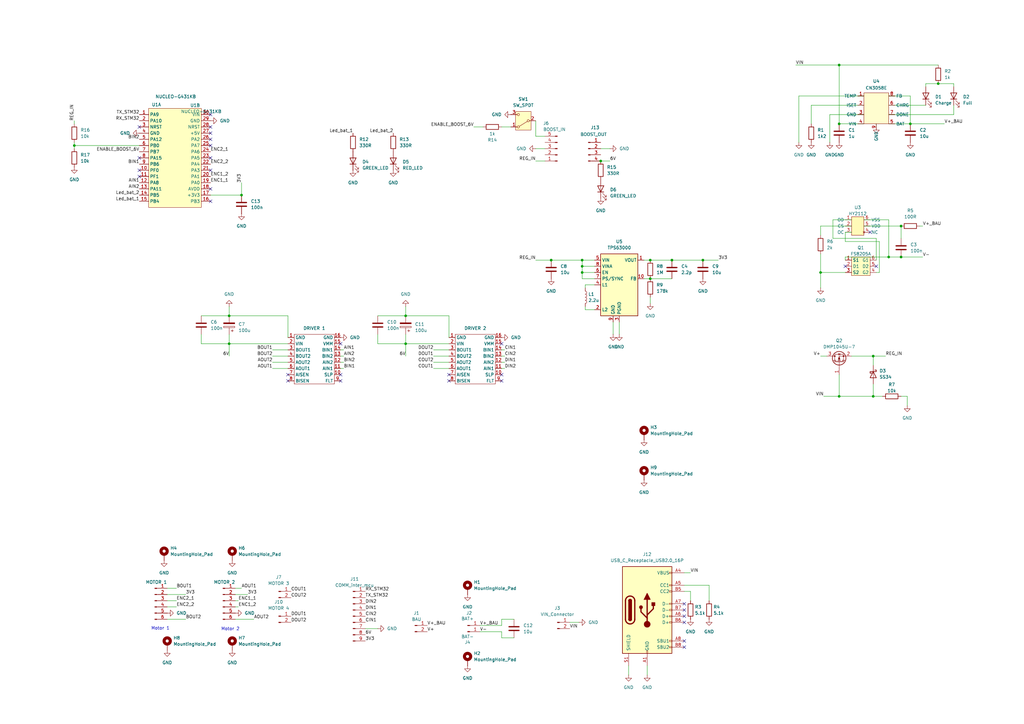
<source format=kicad_sch>
(kicad_sch (version 20250114) (generator "eeschema") (generator_version "9.0")
  (paper "A3")
  (text "Motor 1\n" (at 65.786 257.81 0) (effects (font (size 1.27 1.27))))
  (text "Motor 2\n" (at 94.488 258.064 0) (effects (font (size 1.27 1.27))))
  (junction (at 238.76 106.68))
  (junction (at 344.17 162.56))
  (junction (at 166.37 129.54))
  (junction (at 364.49 105.41))
  (junction (at 30.48 59.69))
  (junction (at 246.38 66.04))
  (junction (at 358.14 146.05))
  (junction (at 384.81 34.29))
  (junction (at 288.29 106.68))
  (junction (at 266.7 106.68))
  (junction (at 226.06 106.68))
  (junction (at 93.98 140.97))
  (junction (at 358.14 162.56))
  (junction (at 266.7 114.3))
  (junction (at 369.57 92.71))
  (junction (at 93.98 129.54))
  (junction (at 275.59 106.68))
  (junction (at 336.55 111.76))
  (junction (at 369.57 105.41))
  (junction (at 99.06 80.01))
  (junction (at 344.17 26.67))
  (junction (at 344.17 50.8))
  (junction (at 238.76 109.22))
  (junction (at 238.76 111.76))
  (junction (at 166.37 140.97))
  (junction (at 373.38 50.8))
  (no_connect (at 86.36 57.15))
  (no_connect (at 205.74 140.97))
  (no_connect (at 280.67 265.43))
  (no_connect (at 118.11 153.67))
  (no_connect (at 139.7 140.97))
  (no_connect (at 139.7 153.67))
  (no_connect (at 184.15 156.21))
  (no_connect (at 86.36 69.85))
  (no_connect (at 118.11 156.21))
  (no_connect (at 57.15 69.85))
  (no_connect (at 57.15 72.39))
  (no_connect (at 86.36 52.07))
  (no_connect (at 280.67 250.19))
  (no_connect (at 280.67 255.27))
  (no_connect (at 139.7 156.21))
  (no_connect (at 346.71 109.22))
  (no_connect (at 86.36 77.47))
  (no_connect (at 280.67 252.73))
  (no_connect (at 57.15 64.77))
  (no_connect (at 205.74 153.67))
  (no_connect (at 86.36 59.69))
  (no_connect (at 280.67 262.89))
  (no_connect (at 86.36 82.55))
  (no_connect (at 57.15 52.07))
  (no_connect (at 359.41 109.22))
  (no_connect (at 86.36 64.77))
  (no_connect (at 280.67 247.65))
  (no_connect (at 356.87 95.25))
  (no_connect (at 86.36 54.61))
  (no_connect (at 205.74 156.21))
  (no_connect (at 184.15 153.67))
  (no_connect (at 86.36 46.99))
  (wire (pts (xy 205.74 254) (xy 210.82 254)))
  (wire (pts (xy 93.98 137.16) (xy 93.98 140.97)))
  (wire (pts (xy 359.41 52.07) (xy 359.41 50.8)))
  (wire (pts (xy 364.49 46.99) (xy 391.16 46.99)))
  (wire (pts (xy 238.76 106.68) (xy 243.84 106.68)))
  (wire (pts (xy 207.01 143.51) (xy 205.74 143.51)))
  (wire (pts (xy 275.59 106.68) (xy 288.29 106.68)))
  (wire (pts (xy 166.37 137.16) (xy 166.37 140.97)))
  (wire (pts (xy 364.49 43.18) (xy 379.73 43.18)))
  (wire (pts (xy 264.16 114.3) (xy 266.7 114.3)))
  (wire (pts (xy 327.66 39.37) (xy 354.33 39.37)))
  (wire (pts (xy 336.55 111.76) (xy 336.55 118.11)))
  (wire (pts (xy 111.76 146.05) (xy 118.11 146.05)))
  (wire (pts (xy 205.74 261.62) (xy 205.74 259.08)))
  (wire (pts (xy 240.03 116.84) (xy 240.03 118.11)))
  (wire (pts (xy 283.21 242.57) (xy 283.21 246.38)))
  (wire (pts (xy 280.67 240.03) (xy 290.83 240.03)))
  (wire (pts (xy 264.16 106.68) (xy 266.7 106.68)))
  (wire (pts (xy 326.39 26.67) (xy 344.17 26.67)))
  (wire (pts (xy 346.71 95.25) (xy 349.25 95.25)))
  (wire (pts (xy 177.8 151.13) (xy 184.15 151.13)))
  (wire (pts (xy 254 132.08) (xy 254 137.16)))
  (wire (pts (xy 184.15 138.43) (xy 184.15 129.54)))
  (wire (pts (xy 280.67 242.57) (xy 283.21 242.57)))
  (wire (pts (xy 341.63 97.79) (xy 359.41 97.79)))
  (wire (pts (xy 341.63 90.17) (xy 349.25 90.17)))
  (wire (pts (xy 96.52 241.3) (xy 99.06 241.3)))
  (wire (pts (xy 111.76 143.51) (xy 118.11 143.51)))
  (wire (pts (xy 104.14 254) (xy 96.52 254)))
  (wire (pts (xy 246.38 60.96) (xy 250.19 60.96)))
  (wire (pts (xy 243.84 116.84) (xy 240.03 116.84)))
  (wire (pts (xy 358.14 146.05) (xy 358.14 149.86)))
  (wire (pts (xy 336.55 104.14) (xy 336.55 111.76)))
  (wire (pts (xy 369.57 105.41) (xy 364.49 105.41)))
  (wire (pts (xy 349.25 146.05) (xy 358.14 146.05)))
  (wire (pts (xy 72.39 246.38) (xy 68.58 246.38)))
  (wire (pts (xy 82.55 140.97) (xy 93.98 140.97)))
  (wire (pts (xy 379.73 34.29) (xy 379.73 35.56)))
  (wire (pts (xy 336.55 92.71) (xy 336.55 96.52)))
  (wire (pts (xy 344.17 26.67) (xy 344.17 50.8)))
  (wire (pts (xy 177.8 143.51) (xy 184.15 143.51)))
  (wire (pts (xy 288.29 106.68) (xy 294.64 106.68)))
  (wire (pts (xy 96.52 246.38) (xy 97.79 246.38)))
  (wire (pts (xy 246.38 66.04) (xy 250.19 66.04)))
  (wire (pts (xy 140.97 148.59) (xy 139.7 148.59)))
  (wire (pts (xy 210.82 261.62) (xy 205.74 261.62)))
  (wire (pts (xy 111.76 148.59) (xy 118.11 148.59)))
  (wire (pts (xy 373.38 39.37) (xy 373.38 50.8)))
  (wire (pts (xy 240.03 125.73) (xy 240.03 127)))
  (wire (pts (xy 238.76 109.22) (xy 238.76 111.76)))
  (wire (pts (xy 177.8 148.59) (xy 184.15 148.59)))
  (wire (pts (xy 266.7 121.92) (xy 266.7 124.46)))
  (wire (pts (xy 358.14 162.56) (xy 361.95 162.56)))
  (wire (pts (xy 364.49 90.17) (xy 364.49 105.41)))
  (wire (pts (xy 364.49 105.41) (xy 346.71 105.41)))
  (wire (pts (xy 226.06 106.68) (xy 238.76 106.68)))
  (wire (pts (xy 118.11 138.43) (xy 118.11 129.54)))
  (wire (pts (xy 369.57 105.41) (xy 378.46 105.41)))
  (wire (pts (xy 196.85 256.54) (xy 205.74 256.54)))
  (wire (pts (xy 384.81 34.29) (xy 391.16 34.29)))
  (wire (pts (xy 340.36 46.99) (xy 354.33 46.99)))
  (wire (pts (xy 86.36 80.01) (xy 99.06 80.01)))
  (wire (pts (xy 93.98 129.54) (xy 118.11 129.54)))
  (wire (pts (xy 233.68 255.27) (xy 237.49 255.27)))
  (wire (pts (xy 359.41 111.76) (xy 360.68 111.76)))
  (wire (pts (xy 354.33 90.17) (xy 364.49 90.17)))
  (wire (pts (xy 266.7 114.3) (xy 275.59 114.3)))
  (wire (pts (xy 149.86 257.81) (xy 154.94 257.81)))
  (wire (pts (xy 358.14 146.05) (xy 363.22 146.05)))
  (wire (pts (xy 243.84 111.76) (xy 238.76 111.76)))
  (wire (pts (xy 251.46 132.08) (xy 251.46 137.16)))
  (wire (pts (xy 72.39 248.92) (xy 68.58 248.92)))
  (wire (pts (xy 372.11 162.56) (xy 372.11 166.37)))
  (wire (pts (xy 337.82 162.56) (xy 344.17 162.56)))
  (wire (pts (xy 327.66 39.37) (xy 327.66 58.42)))
  (wire (pts (xy 205.74 256.54) (xy 205.74 254)))
  (wire (pts (xy 30.48 58.42) (xy 30.48 59.69)))
  (wire (pts (xy 30.48 59.69) (xy 57.15 59.69)))
  (wire (pts (xy 360.68 111.76) (xy 360.68 99.06)))
  (wire (pts (xy 243.84 109.22) (xy 238.76 109.22)))
  (wire (pts (xy 219.71 55.88) (xy 223.52 55.88)))
  (wire (pts (xy 99.06 74.93) (xy 99.06 80.01)))
  (wire (pts (xy 140.97 151.13) (xy 139.7 151.13)))
  (wire (pts (xy 154.94 129.54) (xy 166.37 129.54)))
  (wire (pts (xy 341.63 97.79) (xy 341.63 90.17)))
  (wire (pts (xy 266.7 106.68) (xy 275.59 106.68)))
  (wire (pts (xy 336.55 92.71) (xy 349.25 92.71)))
  (wire (pts (xy 82.55 137.16) (xy 82.55 140.97)))
  (wire (pts (xy 391.16 35.56) (xy 391.16 34.29)))
  (wire (pts (xy 257.81 273.05) (xy 257.81 276.86)))
  (wire (pts (xy 166.37 125.73) (xy 166.37 129.54)))
  (wire (pts (xy 344.17 50.8) (xy 354.33 50.8)))
  (wire (pts (xy 336.55 146.05) (xy 339.09 146.05)))
  (wire (pts (xy 346.71 105.41) (xy 346.71 106.68)))
  (wire (pts (xy 72.39 241.3) (xy 68.58 241.3)))
  (wire (pts (xy 184.15 129.54) (xy 166.37 129.54)))
  (wire (pts (xy 111.76 151.13) (xy 118.11 151.13)))
  (wire (pts (xy 377.19 92.71) (xy 378.46 92.71)))
  (wire (pts (xy 243.84 127) (xy 240.03 127)))
  (wire (pts (xy 344.17 162.56) (xy 358.14 162.56)))
  (wire (pts (xy 93.98 140.97) (xy 118.11 140.97)))
  (wire (pts (xy 219.71 66.04) (xy 223.52 66.04)))
  (wire (pts (xy 207.01 146.05) (xy 205.74 146.05)))
  (wire (pts (xy 391.16 43.18) (xy 391.16 46.99)))
  (wire (pts (xy 96.52 248.92) (xy 97.79 248.92)))
  (wire (pts (xy 384.81 34.29) (xy 379.73 34.29)))
  (wire (pts (xy 76.2 243.84) (xy 68.58 243.84)))
  (wire (pts (xy 196.85 259.08) (xy 205.74 259.08)))
  (wire (pts (xy 346.71 95.25) (xy 346.71 99.06)))
  (wire (pts (xy 219.71 49.53) (xy 219.71 55.88)))
  (wire (pts (xy 346.71 111.76) (xy 336.55 111.76)))
  (wire (pts (xy 265.43 273.05) (xy 265.43 276.86)))
  (wire (pts (xy 177.8 146.05) (xy 184.15 146.05)))
  (wire (pts (xy 154.94 137.16) (xy 154.94 140.97)))
  (wire (pts (xy 359.41 97.79) (xy 359.41 106.68)))
  (wire (pts (xy 369.57 162.56) (xy 372.11 162.56)))
  (wire (pts (xy 30.48 59.69) (xy 30.48 60.96)))
  (wire (pts (xy 238.76 106.68) (xy 238.76 109.22)))
  (wire (pts (xy 219.71 60.96) (xy 223.52 60.96)))
  (wire (pts (xy 76.2 254) (xy 68.58 254)))
  (wire (pts (xy 219.71 106.68) (xy 226.06 106.68)))
  (wire (pts (xy 358.14 157.48) (xy 358.14 162.56)))
  (wire (pts (xy 30.48 49.53) (xy 30.48 50.8)))
  (wire (pts (xy 354.33 92.71) (xy 369.57 92.71)))
  (wire (pts (xy 166.37 140.97) (xy 184.15 140.97)))
  (wire (pts (xy 93.98 140.97) (xy 93.98 146.05)))
  (wire (pts (xy 154.94 140.97) (xy 166.37 140.97)))
  (wire (pts (xy 364.49 39.37) (xy 373.38 39.37)))
  (wire (pts (xy 82.55 129.54) (xy 93.98 129.54)))
  (wire (pts (xy 332.74 43.18) (xy 354.33 43.18)))
  (wire (pts (xy 360.68 99.06) (xy 346.71 99.06)))
  (wire (pts (xy 373.38 50.8) (xy 387.35 50.8)))
  (wire (pts (xy 207.01 148.59) (xy 205.74 148.59)))
  (wire (pts (xy 332.74 43.18) (xy 332.74 50.8)))
  (wire (pts (xy 384.81 26.67) (xy 344.17 26.67)))
  (wire (pts (xy 243.84 114.3) (xy 238.76 114.3)))
  (wire (pts (xy 280.67 234.95) (xy 283.21 234.95)))
  (wire (pts (xy 96.52 243.84) (xy 101.6 243.84)))
  (wire (pts (xy 207.01 151.13) (xy 205.74 151.13)))
  (wire (pts (xy 194.31 52.07) (xy 198.12 52.07)))
  (wire (pts (xy 344.17 153.67) (xy 344.17 162.56)))
  (wire (pts (xy 290.83 240.03) (xy 290.83 246.38)))
  (wire (pts (xy 369.57 92.71) (xy 369.57 97.79)))
  (wire (pts (xy 140.97 146.05) (xy 139.7 146.05)))
  (wire (pts (xy 238.76 111.76) (xy 238.76 114.3)))
  (wire (pts (xy 140.97 143.51) (xy 139.7 143.51)))
  (wire (pts (xy 93.98 125.73) (xy 93.98 129.54)))
  (wire (pts (xy 205.74 52.07) (xy 209.55 52.07)))
  (wire (pts (xy 364.49 50.8) (xy 373.38 50.8)))
  (wire (pts (xy 166.37 140.97) (xy 166.37 146.05)))
  (wire (pts (xy 340.36 46.99) (xy 340.36 58.42)))
  (label "TX_STM32" (at 149.86 245.11 0))
  (label "DOUT2" (at 177.8 143.51 180))
  (label "AIN1" (at 57.15 74.93 180))
  (label "COUT1" (at 177.8 151.13 180))
  (label "AIN2" (at 140.97 146.05 0))
  (label "REG_IN" (at 219.71 66.04 180))
  (label "V+" (at 175.26 259.08 0))
  (label "ENC2_1" (at 86.36 62.23 0))
  (label "3V3" (at 101.6 243.84 0))
  (label "ENC1_2" (at 86.36 72.39 0))
  (label "DIN2" (at 149.86 247.65 0))
  (label "ENABLE_BOOST_6V" (at 57.15 62.23 180))
  (label "Led_bat_1" (at 144.78 54.61 180))
  (label "COUT1" (at 119.38 242.57 0))
  (label "BIN1" (at 57.15 67.31 180))
  (label "BIN1" (at 140.97 151.13 0))
  (label "BOUT2" (at 111.76 146.05 180))
  (label "COUT2" (at 119.38 245.11 0))
  (label "DOUT1" (at 177.8 146.05 180))
  (label "AIN1" (at 140.97 143.51 0))
  (label "CIN1" (at 149.86 255.27 0))
  (label "DIN1" (at 207.01 148.59 0))
  (label "V+_BAU" (at 378.46 92.71 0))
  (label "BIN2" (at 140.97 148.59 0))
  (label "6V" (at 166.37 146.05 180))
  (label "BOUT1" (at 72.39 241.3 0))
  (label "Led_bat_1" (at 57.15 82.55 180))
  (label "3V3" (at 294.64 106.68 0))
  (label "AOUT1" (at 99.06 241.3 0))
  (label "ENC1_1" (at 86.36 74.93 0))
  (label "DIN2" (at 207.01 151.13 0))
  (label "AIN2" (at 57.15 77.47 180))
  (label "V+" (at 336.55 146.05 180))
  (label "DOUT1" (at 119.38 252.73 0))
  (label "3V3" (at 149.86 262.89 0))
  (label "ENC2_2" (at 72.39 248.92 0))
  (label "REG_IN" (at 30.48 49.53 90))
  (label "CIN2" (at 207.01 146.05 0))
  (label "CIN1" (at 207.01 143.51 0))
  (label "V-" (at 196.85 259.08 0))
  (label "ENC1_2" (at 97.79 248.92 0))
  (label "RX_STM32" (at 149.86 242.57 0))
  (label "VIN" (at 337.82 162.56 180))
  (label "VIN" (at 326.39 26.67 0))
  (label "COUT2" (at 177.8 148.59 180))
  (label "3V3" (at 99.06 74.93 90))
  (label "V-" (at 378.46 105.41 0))
  (label "6V" (at 93.98 146.05 180))
  (label "V+_BAU" (at 175.26 256.54 0))
  (label "BOUT2" (at 76.2 254 0))
  (label "AOUT2" (at 111.76 148.59 180))
  (label "VIN" (at 283.21 234.95 0))
  (label "BIN2" (at 57.15 57.15 180))
  (label "RX_STM32" (at 57.15 49.53 180))
  (label "DIN1" (at 149.86 250.19 0))
  (label "TX_STM32" (at 57.15 46.99 180))
  (label "REG_IN" (at 219.71 106.68 180))
  (label "ENC2_2" (at 86.36 67.31 0))
  (label "V+_BAU" (at 196.85 256.54 0))
  (label "DOUT2" (at 119.38 255.27 0))
  (label "AOUT2" (at 104.14 254 0))
  (label "AOUT1" (at 111.76 151.13 180))
  (label "6V" (at 149.86 260.35 0))
  (label "CIN2" (at 149.86 252.73 0))
  (label "V+_BAU" (at 387.35 50.8 0))
  (label "REG_IN" (at 363.22 146.05 0))
  (label "6V" (at 250.19 66.04 0))
  (label "ENC2_1" (at 72.39 246.38 0))
  (label "Led_bat_2" (at 57.15 80.01 180))
  (label "BOUT1" (at 111.76 143.51 180))
  (label "VIN" (at 233.68 257.81 0))
  (label "Led_bat_2" (at 161.29 54.61 180))
  (label "3V3" (at 76.2 243.84 0))
  (label "ENC1_1" (at 97.79 246.38 0))
  (label "ENABLE_BOOST_6V" (at 194.31 52.07 180))
  (symbol (lib_id "power:GND") (at 373.38 58.42 0) (unit 1)
    (property "Reference" "#PWR011" (effects (hide yes)))
    (property "Value" "GND" (at 373.38 63.5 0))
    (property "Description" "Power symbol creates a global label with name \"GND\" , ground" (effects (hide yes)))
  )
  (symbol (lib_id "power:GND") (at 99.06 87.63 0) (unit 1)
    (property "Reference" "#PWR047" (effects (hide yes)))
    (property "Value" "GND" (at 99.06 92.71 0))
    (property "Description" "Power symbol creates a global label with name \"GND\" , ground" (effects (hide yes)))
  )
  (symbol (lib_id "Device:R") (at 332.74 54.61 0) (unit 1)
    (property "Reference" "R1" (at 335.28 53.3399 0) (effects (justify left)))
    (property "Value" "1k2" (at 335.28 55.8799 0) (effects (justify left)))
    (property "Footprint" "Resistor_SMD:R_0603_1608Metric" (effects (hide yes)))
    (property "Description" "Resistor" (effects (hide yes)))
  )
  (symbol (lib_id "Mechanical:MountingHole_Pad") (at 67.31 227.33 0) (unit 1) (in_bom no)
    (property "Reference" "H4" (at 69.85 224.7899 0) (effects (justify left)))
    (property "Value" "MountingHole_Pad" (at 69.85 227.3299 0) (effects (justify left)))
    (property "Footprint" "MountingHole:MountingHole_3.2mm_M3_Pad_Via" (effects (hide yes)))
    (property "Description" "Mounting Hole with connection" (effects (hide yes)))
  )
  (symbol (lib_id "power:GND") (at 86.36 49.53 90) (unit 1)
    (property "Reference" "#PWR045" (effects (hide yes)))
    (property "Value" "GND" (at 90.17 49.5299 90) (effects (justify right)))
    (property "Description" "Power symbol creates a global label with name \"GND\" , ground" (effects (hide yes)))
  )
  (symbol (lib_id "Device:R") (at 266.7 110.49 0) (unit 1)
    (property "Reference" "R8" (at 269.24 109.2199 0) (effects (justify left)))
    (property "Value" "1M" (at 269.24 111.7599 0) (effects (justify left)))
    (property "Footprint" "Resistor_SMD:R_0603_1608Metric" (effects (hide yes)))
    (property "Description" "Resistor" (effects (hide yes)))
  )
  (symbol (lib_id "power:GND") (at 93.98 125.73 180) (unit 1)
    (property "Reference" "#PWR06" (effects (hide yes)))
    (property "Value" "GND" (at 93.98 120.65 0))
    (property "Description" "Power symbol creates a global label with name \"GND\" , ground" (effects (hide yes)))
  )
  (symbol (lib_id "Device:L") (at 240.03 121.92 0) (unit 1)
    (property "Reference" "L1" (at 241.3 120.6499 0) (effects (justify left)))
    (property "Value" "2.2u" (at 241.3 123.1899 0) (effects (justify left)))
    (property "Footprint" "Inductor_SMD:L_Wuerth_WE-TPC-3816" (effects (hide yes)))
    (property "Description" "Inductor" (effects (hide yes)))
  )
  (symbol (lib_id "Connector:Conn_01x04_Pin") (at 241.3 60.96 0) (unit 1)
    (property "Reference" "J13" (at 245.872 52.324 0) (effects (justify right)))
    (property "Value" "BOOST_OUT" (at 248.92 55.118 0) (effects (justify right)))
    (property "Footprint" "Connector_PinSocket_2.54mm:PinSocket_1x04_P2.54mm_Vertical" (effects (hide yes)))
    (property "Description" "Generic connector, single row, 01x04, script generated" (effects (hide yes)))
  )
  (symbol (lib_id "Device:C") (at 275.59 110.49 0) (unit 1)
    (property "Reference" "C4" (at 279.4 109.2199 0) (effects (justify left)))
    (property "Value" "2.2p" (at 279.4 111.7599 0) (effects (justify left)))
    (property "Footprint" "Capacitor_SMD:C_0603_1608Metric" (effects (hide yes)))
    (property "Description" "Unpolarized capacitor" (effects (hide yes)))
  )
  (symbol (lib_id "Mechanical:MountingHole_Pad") (at 191.77 270.51 0) (unit 1) (in_bom no)
    (property "Reference" "H2" (at 194.31 267.9699 0) (effects (justify left)))
    (property "Value" "MountingHole_Pad" (at 194.31 270.5099 0) (effects (justify left)))
    (property "Footprint" "MountingHole:MountingHole_3.2mm_M3_Pad_Via" (effects (hide yes)))
    (property "Description" "Mounting Hole with connection" (effects (hide yes)))
  )
  (symbol (lib_id "Mechanical:MountingHole_Pad") (at 95.25 264.16 0) (unit 1) (in_bom no)
    (property "Reference" "H7" (at 97.79 261.6199 0) (effects (justify left)))
    (property "Value" "MountingHole_Pad" (at 97.79 264.1599 0) (effects (justify left)))
    (property "Footprint" "MountingHole:MountingHole_3.2mm_M3_Pad_Via" (effects (hide yes)))
    (property "Description" "Mounting Hole with connection" (effects (hide yes)))
  )
  (symbol (lib_id "Connector:Conn_01x02_Pin") (at 114.3 252.73 0) (unit 1)
    (property "Reference" "J10" (at 114.3 246.888 0))
    (property "Value" "MOTOR 4" (at 114.3 249.428 0))
    (property "Footprint" "Connector_JST:JST_VH_B2P-VH_1x02_P3.96mm_Vertical" (effects (hide yes)))
    (property "Description" "Generic connector, single row, 01x02, script generated" (effects (hide yes)))
  )
  (symbol (lib_id "Transistor_FET:Q_PMOS_GSD") (at 344.17 148.59 90) (unit 1)
    (property "Reference" "Q2" (at 344.17 139.7 90))
    (property "Value" "DMP1045U-7" (at 344.17 142.24 90))
    (property "Footprint" "Package_TO_SOT_SMD:SOT-23" (effects (hide yes)))
    (property "Description" "P-MOSFET transistor, gate/source/drain" (effects (hide yes)))
  )
  (symbol (lib_id "power:GND") (at 205.74 138.43 90) (unit 1)
    (property "Reference" "#PWR026" (effects (hide yes)))
    (property "Value" "GND" (at 209.55 138.4299 90) (effects (justify right)))
    (property "Description" "Power symbol creates a global label with name \"GND\" , ground" (effects (hide yes)))
  )
  (symbol (lib_id "Device:R") (at 30.48 64.77 0) (unit 1)
    (property "Reference" "R17" (at 33.02 63.4999 0) (effects (justify left)))
    (property "Value" "10k" (at 33.02 66.0399 0) (effects (justify left)))
    (property "Footprint" "Resistor_SMD:R_0603_1608Metric" (effects (hide yes)))
    (property "Description" "Resistor" (effects (hide yes)))
  )
  (symbol (lib_id "Device:R") (at 246.38 69.85 0) (unit 1)
    (property "Reference" "R15" (at 248.92 68.5799 0) (effects (justify left)))
    (property "Value" "330R" (at 248.92 71.1199 0) (effects (justify left)))
    (property "Footprint" "Resistor_SMD:R_0603_1608Metric" (effects (hide yes)))
    (property "Description" "Resistor" (effects (hide yes)))
  )
  (symbol (lib_id "power:GND") (at 166.37 125.73 180) (unit 1)
    (property "Reference" "#PWR034" (effects (hide yes)))
    (property "Value" "GND" (at 166.37 120.65 0))
    (property "Description" "Power symbol creates a global label with name \"GND\" , ground" (effects (hide yes)))
  )
  (symbol (lib_id "power:GND") (at 95.25 266.7 0) (unit 1)
    (property "Reference" "#PWR041" (effects (hide yes)))
    (property "Value" "GND" (at 95.25 271.78 0))
    (property "Description" "Power symbol creates a global label with name \"GND\" , ground" (effects (hide yes)))
  )
  (symbol (lib_id "Mechanical:MountingHole_Pad") (at 191.77 241.3 0) (unit 1) (in_bom no)
    (property "Reference" "H1" (at 194.31 238.7599 0) (effects (justify left)))
    (property "Value" "MountingHole_Pad" (at 194.31 241.2999 0) (effects (justify left)))
    (property "Footprint" "MountingHole:MountingHole_3.2mm_M3_Pad_Via" (effects (hide yes)))
    (property "Description" "Mounting Hole with connection" (effects (hide yes)))
  )
  (symbol (lib_id "Device:C") (at 288.29 110.49 0) (unit 1)
    (property "Reference" "C9" (at 292.1 109.2199 0) (effects (justify left)))
    (property "Value" "10u" (at 292.1 111.7599 0) (effects (justify left)))
    (property "Footprint" "Capacitor_SMD:C_0603_1608Metric" (effects (hide yes)))
    (property "Description" "Unpolarized capacitor" (effects (hide yes)))
  )
  (symbol (lib_id "power:GND") (at 283.21 254 0) (unit 1)
    (property "Reference" "#PWR012" (effects (hide yes)))
    (property "Value" "GND" (at 283.21 259.08 0))
    (property "Description" "Power symbol creates a global label with name \"GND\" , ground" (effects (hide yes)))
  )
  (symbol (lib_id "power:GND") (at 30.48 68.58 0) (unit 1)
    (property "Reference" "#PWR048" (effects (hide yes)))
    (property "Value" "GND" (at 30.48 73.66 0))
    (property "Description" "Power symbol creates a global label with name \"GND\" , ground" (effects (hide yes)))
  )
  (symbol (lib_id "power:GND") (at 264.16 196.85 0) (unit 1)
    (property "Reference" "#PWR043" (effects (hide yes)))
    (property "Value" "GND" (at 264.16 201.93 0))
    (property "Description" "Power symbol creates a global label with name \"GND\" , ground" (effects (hide yes)))
  )
  (symbol (lib_id "power:GND") (at 154.94 257.81 90) (unit 1)
    (property "Reference" "#PWR02" (effects (hide yes)))
    (property "Value" "GND" (at 158.75 257.8099 90) (effects (justify right)))
    (property "Description" "Power symbol creates a global label with name \"GND\" , ground" (effects (hide yes)))
  )
  (symbol (lib_id "power:GND") (at 139.7 138.43 90) (unit 1)
    (property "Reference" "#PWR05" (effects (hide yes)))
    (property "Value" "GND" (at 143.51 138.4299 90) (effects (justify right)))
    (property "Description" "Power symbol creates a global label with name \"GND\" , ground" (effects (hide yes)))
  )
  (symbol (lib_id "New_Library:FS8205") (at 353.06 109.22 0) (unit 1)
    (property "Reference" "Q1" (at 353.06 101.6 0))
    (property "Value" "FS8205A" (at 353.06 104.14 0))
    (property "Footprint" "Package_TO_SOT_SMD:SOT-23-6" (effects (hide yes)))
  )
  (symbol (lib_id "power:GND") (at 209.55 46.99 270) (unit 1)
    (property "Reference" "#PWR025" (effects (hide yes)))
    (property "Value" "GND" (at 205.74 46.9899 90) (effects (justify right)))
    (property "Description" "Power symbol creates a global label with name \"GND\" , ground" (effects (hide yes)))
  )
  (symbol (lib_id "Connector:Conn_01x06_Pin") (at 63.5 246.38 0) (unit 1)
    (property "Reference" "J8" (effects (hide yes)))
    (property "Value" "MOTOR 1" (at 64.135 238.76 0))
    (property "Footprint" "Connector_PinHeader_2.54mm:PinHeader_1x06_P2.54mm_Vertical" (effects (hide yes)))
    (property "Description" "Generic connector, single row, 01x06, script generated" (effects (hide yes)))
  )
  (symbol (lib_id "Device:LED") (at 144.78 66.04 90) (unit 1)
    (property "Reference" "D4" (at 148.59 66.3574 90) (effects (justify right)))
    (property "Value" "GREEN_LED" (at 148.59 68.8974 90) (effects (justify right)))
    (property "Footprint" "LED_SMD:LED_0603_1608Metric" (effects (hide yes)))
    (property "Description" "Light emitting diode" (effects (hide yes)))
    (property "Sim.Pins" "1=K 2=A" (effects (hide yes)))
  )
  (symbol (lib_id "Device:C_Polarized") (at 166.37 133.35 180) (unit 1)
    (property "Reference" "C11" (at 170.18 132.9689 0) (effects (justify right)))
    (property "Value" "100u" (at 170.18 135.5089 0) (effects (justify right)))
    (property "Footprint" "Capacitor_SMD:CP_Elec_6.3x5.4" (effects (hide yes)))
    (property "Description" "Polarized capacitor" (effects (hide yes)))
  )
  (symbol (lib_id "Connector:Conn_01x09_Pin") (at 144.78 252.73 0) (unit 1)
    (property "Reference" "J11" (at 145.415 237.49 0))
    (property "Value" "COMM_inter_mcu" (at 145.415 240.03 0))
    (property "Footprint" "Connector_PinSocket_2.54mm:PinSocket_1x09_P2.54mm_Vertical" (effects (hide yes)))
    (property "Description" "Generic connector, single row, 01x09, script generated" (effects (hide yes)))
  )
  (symbol (lib_id "power:GND") (at 359.41 52.07 0) (unit 1)
    (property "Reference" "#PWR01" (effects (hide yes)))
    (property "Value" "GND" (effects (hide yes)))
    (property "Description" "Power symbol creates a global label with name \"GND\" , ground" (effects (hide yes)))
  )
  (symbol (lib_id "Device:R") (at 373.38 92.71 90) (unit 1)
    (property "Reference" "R5" (at 373.38 86.36 90))
    (property "Value" "100R" (at 373.38 88.9 90))
    (property "Footprint" "Resistor_SMD:R_0603_1608Metric" (effects (hide yes)))
    (property "Description" "Resistor" (effects (hide yes)))
  )
  (symbol (lib_id "power:GND") (at 336.55 118.11 0) (unit 1)
    (property "Reference" "#PWR016" (effects (hide yes)))
    (property "Value" "GND" (at 336.55 123.19 0))
    (property "Description" "Power symbol creates a global label with name \"GND\" , ground" (effects (hide yes)))
  )
  (symbol (lib_id "Device:LED") (at 391.16 39.37 90) (unit 1)
    (property "Reference" "D2" (at 394.97 39.6874 90) (effects (justify right)))
    (property "Value" "Full" (at 394.97 42.2274 90) (effects (justify right)))
    (property "Footprint" "LED_SMD:LED_0603_1608Metric" (effects (hide yes)))
    (property "Description" "Light emitting diode" (effects (hide yes)))
    (property "Sim.Pins" "1=K 2=A" (effects (hide yes)))
  )
  (symbol (lib_id "power:GND") (at 191.77 243.84 0) (unit 1)
    (property "Reference" "#PWR036" (effects (hide yes)))
    (property "Value" "GND" (at 191.77 248.92 0))
    (property "Description" "Power symbol creates a global label with name \"GND\" , ground" (effects (hide yes)))
  )
  (symbol (lib_id "Device:R") (at 161.29 58.42 0) (unit 1)
    (property "Reference" "R13" (at 163.83 57.1499 0) (effects (justify left)))
    (property "Value" "330R" (at 163.83 59.6899 0) (effects (justify left)))
    (property "Footprint" "Resistor_SMD:R_0603_1608Metric" (effects (hide yes)))
    (property "Description" "Resistor" (effects (hide yes)))
  )
  (symbol (lib_id "Device:R") (at 201.93 52.07 90) (unit 1)
    (property "Reference" "R14" (at 201.93 57.404 90))
    (property "Value" "1k" (at 201.93 54.864 90))
    (property "Footprint" "Resistor_SMD:R_0603_1608Metric" (effects (hide yes)))
    (property "Description" "Resistor" (effects (hide yes)))
  )
  (symbol (lib_id "Device:C") (at 369.57 101.6 0) (unit 1)
    (property "Reference" "C3" (at 373.38 100.3299 0) (effects (justify left)))
    (property "Value" "100n" (at 373.38 102.8699 0) (effects (justify left)))
    (property "Footprint" "Capacitor_SMD:C_0603_1608Metric" (effects (hide yes)))
    (property "Description" "Unpolarized capacitor" (effects (hide yes)))
  )
  (symbol (lib_id "power:GND") (at 327.66 58.42 0) (unit 1)
    (property "Reference" "#PWR010" (effects (hide yes)))
    (property "Value" "GND" (at 327.66 63.5 0))
    (property "Description" "Power symbol creates a global label with name \"GND\" , ground" (effects (hide yes)))
  )
  (symbol (lib_id "power:GND") (at 68.58 266.7 0) (unit 1)
    (property "Reference" "#PWR042" (effects (hide yes)))
    (property "Value" "GND" (at 68.58 271.78 0))
    (property "Description" "Power symbol creates a global label with name \"GND\" , ground" (effects (hide yes)))
  )
  (symbol (lib_id "power:GND") (at 144.78 69.85 0) (unit 1)
    (property "Reference" "#PWR032" (effects (hide yes)))
    (property "Value" "GND" (at 144.78 74.93 0))
    (property "Description" "Power symbol creates a global label with name \"GND\" , ground" (effects (hide yes)))
  )
  (symbol (lib_id "power:GND") (at 226.06 114.3 0) (unit 1)
    (property "Reference" "#PWR019" (effects (hide yes)))
    (property "Value" "GND" (at 226.06 119.38 0))
    (property "Description" "Power symbol creates a global label with name \"GND\" , ground" (effects (hide yes)))
  )
  (symbol (lib_id "Device:LED") (at 246.38 77.47 90) (unit 1)
    (property "Reference" "D6" (at 250.19 77.7874 90) (effects (justify right)))
    (property "Value" "GREEN_LED" (at 250.19 80.3274 90) (effects (justify right)))
    (property "Footprint" "LED_SMD:LED_0603_1608Metric" (effects (hide yes)))
    (property "Description" "Light emitting diode" (effects (hide yes)))
    (property "Sim.Pins" "1=K 2=A" (effects (hide yes)))
  )
  (symbol (lib_id "New_Library:NUCLEO-G431KB") (at 71.12 64.77 0) (unit 1)
    (property "Reference" "U1" (at 62.23 42.926 0) (effects (justify left)))
    (property "Value" "NUCLEO-G431KB" (at 63.754 39.624 0) (effects (justify left)))
    (property "Footprint" "Module:Arduino_Nano" (effects (hide yes)))
  )
  (symbol (lib_id "Device:LED") (at 161.29 66.04 90) (unit 1)
    (property "Reference" "D5" (at 165.1 66.3574 90) (effects (justify right)))
    (property "Value" "RED_LED" (at 165.1 68.8974 90) (effects (justify right)))
    (property "Footprint" "LED_SMD:LED_0603_1608Metric" (effects (hide yes)))
    (property "Description" "Light emitting diode" (effects (hide yes)))
    (property "Sim.Pins" "1=K 2=A" (effects (hide yes)))
  )
  (symbol (lib_id "Mechanical:MountingHole_Pad") (at 95.25 227.33 0) (unit 1) (in_bom no)
    (property "Reference" "H6" (at 97.79 224.7899 0) (effects (justify left)))
    (property "Value" "MountingHole_Pad" (at 97.79 227.3299 0) (effects (justify left)))
    (property "Footprint" "MountingHole:MountingHole_3.2mm_M3_Pad_Via" (effects (hide yes)))
    (property "Description" "Mounting Hole with connection" (effects (hide yes)))
  )
  (symbol (lib_id "Device:R") (at 144.78 58.42 0) (unit 1)
    (property "Reference" "R12" (at 147.32 57.1499 0) (effects (justify left)))
    (property "Value" "330R" (at 147.32 59.6899 0) (effects (justify left)))
    (property "Footprint" "Resistor_SMD:R_0603_1608Metric" (effects (hide yes)))
    (property "Description" "Resistor" (effects (hide yes)))
  )
  (symbol (lib_id "New_Library:HY2112") (at 351.79 92.71 0) (unit 1)
    (property "Reference" "U3" (at 351.79 85.09 0))
    (property "Value" "HY2112" (at 351.79 87.63 0))
    (property "Footprint" "Package_TO_SOT_SMD:SOT-23-6" (effects (hide yes)))
  )
  (symbol (lib_id "Device:R") (at 365.76 162.56 90) (unit 1)
    (property "Reference" "R7" (at 365.76 157.734 90))
    (property "Value" "10k" (at 365.76 160.274 90))
    (property "Footprint" "Resistor_SMD:R_0603_1608Metric" (effects (hide yes)))
    (property "Description" "Resistor" (effects (hide yes)))
  )
  (symbol (lib_id "Connector:Conn_01x02_Pin") (at 170.18 256.54 0) (unit 1)
    (property "Reference" "J1" (at 170.815 251.46 0))
    (property "Value" "BAU" (at 170.815 254 0))
    (property "Footprint" "Connector_JST:JST_VH_B2P-VH_1x02_P3.96mm_Vertical" (effects (hide yes)))
    (property "Description" "Generic connector, single row, 01x02, script generated" (effects (hide yes)))
  )
  (symbol (lib_id "power:GND") (at 290.83 254 0) (unit 1)
    (property "Reference" "#PWR013" (effects (hide yes)))
    (property "Value" "GND" (at 290.83 259.08 0))
    (property "Description" "Power symbol creates a global label with name \"GND\" , ground" (effects (hide yes)))
  )
  (symbol (lib_id "power:GND") (at 191.77 273.05 0) (unit 1)
    (property "Reference" "#PWR037" (effects (hide yes)))
    (property "Value" "GND" (at 191.77 278.13 0))
    (property "Description" "Power symbol creates a global label with name \"GND\" , ground" (effects (hide yes)))
  )
  (symbol (lib_id "Mechanical:MountingHole_Pad") (at 264.16 177.8 0) (unit 1) (in_bom no)
    (property "Reference" "H3" (at 266.7 175.2599 0) (effects (justify left)))
    (property "Value" "MountingHole_Pad" (at 266.7 177.7999 0) (effects (justify left)))
    (property "Footprint" "MountingHole:MountingHole_3.2mm_M3_Pad_Via" (effects (hide yes)))
    (property "Description" "Mounting Hole with connection" (effects (hide yes)))
  )
  (symbol (lib_id "Connector:Conn_01x01_Pin") (at 191.77 256.54 0) (unit 1)
    (property "Reference" "J2" (at 192.405 251.46 0))
    (property "Value" "BAT+" (at 191.77 253.746 0))
    (property "Footprint" "TestPoint:TestPoint_THTPad_D2.5mm_Drill1.2mm" (effects (hide yes)))
    (property "Description" "Generic connector, single row, 01x01, script generated" (effects (hide yes)))
  )
  (symbol (lib_id "power:GND") (at 257.81 276.86 0) (unit 1)
    (property "Reference" "#PWR015" (effects (hide yes)))
    (property "Value" "GND" (at 257.81 281.94 0))
    (property "Description" "Power symbol creates a global label with name \"GND\" , ground" (effects (hide yes)))
  )
  (symbol (lib_id "Connector:Conn_01x02_Pin") (at 114.3 242.57 0) (unit 1)
    (property "Reference" "J7" (at 114.3 236.728 0))
    (property "Value" "MOTOR 3" (at 114.3 239.268 0))
    (property "Footprint" "Connector_JST:JST_VH_B2P-VH_1x02_P3.96mm_Vertical" (effects (hide yes)))
    (property "Description" "Generic connector, single row, 01x02, script generated" (effects (hide yes)))
  )
  (symbol (lib_id "power:GND") (at 67.31 229.87 0) (unit 1)
    (property "Reference" "#PWR038" (effects (hide yes)))
    (property "Value" "GND" (at 67.31 234.95 0))
    (property "Description" "Power symbol creates a global label with name \"GND\" , ground" (effects (hide yes)))
  )
  (symbol (lib_id "Connector:Conn_01x02_Pin") (at 228.6 255.27 0) (unit 1)
    (property "Reference" "J3" (at 228.6 249.428 0))
    (property "Value" "VIN_Connector" (at 228.6 251.968 0))
    (property "Footprint" "TerminalBlock_Phoenix:TerminalBlock_Phoenix_MKDS-1,5-2-5.08_1x02_P5.08mm_Horizontal" (effects (hide yes)))
    (property "Description" "Generic connector, single row, 01x02, script generated" (effects (hide yes)))
  )
  (symbol (lib_id "Device:C") (at 226.06 110.49 0) (unit 1)
    (property "Reference" "C8" (at 229.87 109.2199 0) (effects (justify left)))
    (property "Value" "10u" (at 229.87 111.7599 0) (effects (justify left)))
    (property "Footprint" "Capacitor_SMD:C_0603_1608Metric" (effects (hide yes)))
    (property "Description" "Unpolarized capacitor" (effects (hide yes)))
  )
  (symbol (lib_id "power:GND") (at 332.74 58.42 0) (unit 1)
    (property "Reference" "#PWR09" (effects (hide yes)))
    (property "Value" "GND" (at 332.74 63.5 0))
    (property "Description" "Power symbol creates a global label with name \"GND\" , ground" (effects (hide yes)))
  )
  (symbol (lib_id "Device:R") (at 283.21 250.19 0) (unit 1)
    (property "Reference" "R3" (at 284.988 248.92 0) (effects (justify left)))
    (property "Value" "5.1k" (at 284.988 251.46 0) (effects (justify left)))
    (property "Footprint" "Resistor_SMD:R_0603_1608Metric" (effects (hide yes)))
    (property "Description" "Resistor" (effects (hide yes)))
  )
  (symbol (lib_id "Device:C") (at 154.94 133.35 0) (unit 1)
    (property "Reference" "C10" (at 158.75 132.0799 0) (effects (justify left)))
    (property "Value" "100n" (at 158.75 134.6199 0) (effects (justify left)))
    (property "Footprint" "Capacitor_SMD:C_0603_1608Metric" (effects (hide yes)))
    (property "Description" "Unpolarized capacitor" (effects (hide yes)))
  )
  (symbol (lib_id "Device:C_Polarized") (at 93.98 133.35 180) (unit 1)
    (property "Reference" "C7" (at 97.79 132.9689 0) (effects (justify right)))
    (property "Value" "100u" (at 97.79 135.5089 0) (effects (justify right)))
    (property "Footprint" "Capacitor_SMD:CP_Elec_6.3x5.4" (effects (hide yes)))
    (property "Description" "Polarized capacitor" (effects (hide yes)))
  )
  (symbol (lib_id "power:GND") (at 340.36 58.42 0) (unit 1)
    (property "Reference" "#PWR03" (effects (hide yes)))
    (property "Value" "GND" (at 340.36 63.5 0))
    (property "Description" "Power symbol creates a global label with name \"GND\" , ground" (effects (hide yes)))
  )
  (symbol (lib_id "power:GND") (at 68.58 251.46 90) (unit 1)
    (property "Reference" "#PWR021" (effects (hide yes)))
    (property "Value" "GND" (at 72.39 251.4599 90) (effects (justify right)))
    (property "Description" "Power symbol creates a global label with name \"GND\" , ground" (effects (hide yes)))
  )
  (symbol (lib_id "power:GND") (at 265.43 276.86 0) (unit 1)
    (property "Reference" "#PWR014" (effects (hide yes)))
    (property "Value" "GND" (at 265.43 281.94 0))
    (property "Description" "Power symbol creates a global label with name \"GND\" , ground" (effects (hide yes)))
  )
  (symbol (lib_id "power:GND") (at 96.52 251.46 90) (unit 1)
    (property "Reference" "#PWR023" (effects (hide yes)))
    (property "Value" "GND" (at 100.33 251.4599 90) (effects (justify right)))
    (property "Description" "Power symbol creates a global label with name \"GND\" , ground" (effects (hide yes)))
  )
  (symbol (lib_id "Diode:SS34") (at 358.14 153.67 270) (unit 1)
    (property "Reference" "D3" (at 360.68 152.0824 90) (effects (justify left)))
    (property "Value" "SS34" (at 360.68 154.6224 90) (effects (justify left)))
    (property "Footprint" "Diode_SMD:D_SMA" (effects (hide yes)))
    (property "Datasheet" "https://www.vishay.com/docs/88751/ss32.pdf" (effects (hide yes)))
    (property "Description" "40V 3A Schottky Diode, SMA" (effects (hide yes)))
  )
  (symbol (lib_id "power:GND") (at 219.71 60.96 270) (unit 1)
    (property "Reference" "#PWR028" (effects (hide yes)))
    (property "Value" "GND" (at 215.9 60.9599 90) (effects (justify right)))
    (property "Description" "Power symbol creates a global label with name \"GND\" , ground" (effects (hide yes)))
  )
  (symbol (lib_name "CN3058E_1") (lib_id "New_Library:CN3058E") (at 359.41 45.72 0) (unit 1)
    (property "Reference" "U4" (at 359.41 33.274 0))
    (property "Value" "CN3058E" (at 359.41 36.068 0))
    (property "Footprint" "Package_SO:SOIC-8-1EP_3.9x4.9mm_P1.27mm_EP2.29x3mm" (effects (hide yes)))
  )
  (symbol (lib_id "Device:R") (at 290.83 250.19 0) (unit 1)
    (property "Reference" "R4" (at 292.608 248.92 0) (effects (justify left)))
    (property "Value" "5.1k" (at 292.608 251.46 0) (effects (justify left)))
    (property "Footprint" "Resistor_SMD:R_0603_1608Metric" (effects (hide yes)))
    (property "Description" "Resistor" (effects (hide yes)))
  )
  (symbol (lib_id "Device:R") (at 266.7 118.11 0) (unit 1)
    (property "Reference" "R9" (at 269.24 116.8399 0) (effects (justify left)))
    (property "Value" "178k" (at 269.24 119.3799 0) (effects (justify left)))
    (property "Footprint" "Resistor_SMD:R_0603_1608Metric" (effects (hide yes)))
    (property "Description" "Resistor" (effects (hide yes)))
  )
  (symbol (lib_id "Device:C") (at 82.55 133.35 0) (unit 1)
    (property "Reference" "C6" (at 86.36 132.0799 0) (effects (justify left)))
    (property "Value" "100n" (at 86.36 134.6199 0) (effects (justify left)))
    (property "Footprint" "Capacitor_SMD:C_0603_1608Metric" (effects (hide yes)))
    (property "Description" "Unpolarized capacitor" (effects (hide yes)))
  )
  (symbol (lib_id "Device:R") (at 384.81 30.48 180) (unit 1)
    (property "Reference" "R2" (at 387.35 29.2099 0) (effects (justify right)))
    (property "Value" "1k" (at 387.35 31.7499 0) (effects (justify right)))
    (property "Footprint" "Resistor_SMD:R_0603_1608Metric" (effects (hide yes)))
    (property "Description" "Resistor" (effects (hide yes)))
  )
  (symbol (lib_id "Device:C") (at 373.38 54.61 0) (unit 1)
    (property "Reference" "C2" (at 377.19 53.3399 0) (effects (justify left)))
    (property "Value" "10u" (at 377.19 55.8799 0) (effects (justify left)))
    (property "Footprint" "Capacitor_SMD:C_0603_1608Metric" (effects (hide yes)))
    (property "Description" "Unpolarized capacitor" (effects (hide yes)))
  )
  (symbol (lib_id "power:GND") (at 288.29 114.3 0) (unit 1)
    (property "Reference" "#PWR020" (effects (hide yes)))
    (property "Value" "GND" (at 288.29 119.38 0))
    (property "Description" "Power symbol creates a global label with name \"GND\" , ground" (effects (hide yes)))
  )
  (symbol (lib_id "power:GND") (at 251.46 137.16 0) (unit 1)
    (property "Reference" "#PWR022" (effects (hide yes)))
    (property "Value" "GND" (at 251.46 142.24 0))
    (property "Description" "Power symbol creates a global label with name \"GND\" , ground" (effects (hide yes)))
  )
  (symbol (lib_id "power:GND") (at 237.49 255.27 90) (unit 1)
    (property "Reference" "#PWR04" (effects (hide yes)))
    (property "Value" "GND" (at 241.3 255.2699 90) (effects (justify right)))
    (property "Description" "Power symbol creates a global label with name \"GND\" , ground" (effects (hide yes)))
  )
  (symbol (lib_id "Device:C") (at 210.82 257.81 0) (unit 1)
    (property "Reference" "C12" (at 214.63 256.5399 0) (effects (justify left)))
    (property "Value" "10u" (at 214.63 259.0799 0) (effects (justify left)))
    (property "Footprint" "Capacitor_SMD:C_0603_1608Metric" (effects (hide yes)))
    (property "Description" "Unpolarized capacitor" (effects (hide yes)))
  )
  (symbol (lib_id "power:GND") (at 95.25 229.87 0) (unit 1)
    (property "Reference" "#PWR040" (effects (hide yes)))
    (property "Value" "GND" (at 95.25 234.95 0))
    (property "Description" "Power symbol creates a global label with name \"GND\" , ground" (effects (hide yes)))
  )
  (symbol (lib_name "DRV8833_1") (lib_id "ESP_32_ANGE:DRV8833") (at 194.31 143.51 0) (unit 1)
    (property "Reference" "U6" (effects (hide yes)))
    (property "Value" "DRIVER 2" (at 194.945 134.62 0))
    (property "Footprint" "Package_DIP:DIP-16_W10.16mm_LongPads" (effects (hide yes)))
  )
  (symbol (lib_id "ESP_32_ANGE:DRV8833") (at 128.27 143.51 0) (unit 1)
    (property "Reference" "U2" (effects (hide yes)))
    (property "Value" "DRIVER 1" (at 128.905 134.62 0))
    (property "Footprint" "Package_DIP:DIP-16_W10.16mm_LongPads" (effects (hide yes)))
  )
  (symbol (lib_id "Connector:Conn_01x05_Pin") (at 228.6 60.96 180) (unit 1)
    (property "Reference" "J6" (at 222.758 50.546 0) (effects (justify right)))
    (property "Value" "BOOST_IN" (at 222.758 53.086 0) (effects (justify right)))
    (property "Footprint" "Connector_PinSocket_2.54mm:PinSocket_1x05_P2.54mm_Vertical" (effects (hide yes)))
    (property "Description" "Generic connector, single row, 01x05, script generated" (effects (hide yes)))
  )
  (symbol (lib_id "Device:C") (at 344.17 54.61 0) (unit 1)
    (property "Reference" "C1" (at 347.98 53.3399 0) (effects (justify left)))
    (property "Value" "1u" (at 347.98 55.8799 0) (effects (justify left)))
    (property "Footprint" "Capacitor_SMD:C_0603_1608Metric" (effects (hide yes)))
    (property "Description" "Unpolarized capacitor" (effects (hide yes)))
  )
  (symbol (lib_id "power:GND") (at 264.16 180.34 0) (unit 1)
    (property "Reference" "#PWR07" (effects (hide yes)))
    (property "Value" "GND" (at 264.16 185.42 0))
    (property "Description" "Power symbol creates a global label with name \"GND\" , ground" (effects (hide yes)))
  )
  (symbol (lib_id "Switch:SW_SPDT") (at 214.63 49.53 180) (unit 1)
    (property "Reference" "SW1" (at 214.63 40.64 0))
    (property "Value" "SW_SPDT" (at 214.63 43.18 0))
    (property "Footprint" "Button_Switch_SMD:SW_SPDT_PCM12" (effects (hide yes)))
    (property "Description" "Switch, single pole double throw" (effects (hide yes)))
  )
  (symbol (lib_id "power:GND") (at 266.7 124.46 0) (unit 1)
    (property "Reference" "#PWR018" (effects (hide yes)))
    (property "Value" "GND" (at 266.7 129.54 0))
    (property "Description" "Power symbol creates a global label with name \"GND\" , ground" (effects (hide yes)))
  )
  (symbol (lib_id "power:GND") (at 344.17 58.42 0) (unit 1)
    (property "Reference" "#PWR08" (effects (hide yes)))
    (property "Value" "GND" (at 344.17 63.5 0))
    (property "Description" "Power symbol creates a global label with name \"GND\" , ground" (effects (hide yes)))
  )
  (symbol (lib_id "power:GND") (at 372.11 166.37 0) (unit 1)
    (property "Reference" "#PWR017" (effects (hide yes)))
    (property "Value" "GND" (at 372.11 171.45 0))
    (property "Description" "Power symbol creates a global label with name \"GND\" , ground" (effects (hide yes)))
  )
  (symbol (lib_id "Mechanical:MountingHole_Pad") (at 68.58 264.16 0) (unit 1) (in_bom no)
    (property "Reference" "H8" (at 71.12 261.6199 0) (effects (justify left)))
    (property "Value" "MountingHole_Pad" (at 71.12 264.1599 0) (effects (justify left)))
    (property "Footprint" "MountingHole:MountingHole_3.2mm_M3_Pad_Via" (effects (hide yes)))
    (property "Description" "Mounting Hole with connection" (effects (hide yes)))
  )
  (symbol (lib_id "power:GND") (at 161.29 69.85 0) (unit 1)
    (property "Reference" "#PWR033" (effects (hide yes)))
    (property "Value" "GND" (at 161.29 74.93 0))
    (property "Description" "Power symbol creates a global label with name \"GND\" , ground" (effects (hide yes)))
  )
  (symbol (lib_id "Device:C") (at 99.06 83.82 0) (unit 1)
    (property "Reference" "C13" (at 102.87 82.5499 0) (effects (justify left)))
    (property "Value" "100n" (at 102.87 85.0899 0) (effects (justify left)))
    (property "Footprint" "Capacitor_SMD:C_0603_1608Metric" (effects (hide yes)))
    (property "Description" "Unpolarized capacitor" (effects (hide yes)))
  )
  (symbol (lib_id "Connector:USB_C_Receptacle_USB2.0_16P") (at 265.43 250.19 0) (unit 1)
    (property "Reference" "J12" (at 265.43 227.33 0))
    (property "Value" "USB_C_Receptacle_USB2.0_16P" (at 265.43 229.87 0))
    (property "Footprint" "Connector_USB:USB_C_Receptacle_HRO_TYPE-C-31-M-12" (effects (hide yes)))
    (property "Datasheet" "https://www.usb.org/sites/default/files/documents/usb_type-c.zip" (effects (hide yes)))
    (property "Description" "USB 2.0-only 16P Type-C Receptacle connector" (effects (hide yes)))
  )
  (symbol (lib_id "Device:R") (at 336.55 100.33 0) (unit 1)
    (property "Reference" "R6" (at 339.09 99.0599 0) (effects (justify left)))
    (property "Value" "2k" (at 339.09 101.5999 0) (effects (justify left)))
    (property "Footprint" "Resistor_SMD:R_0603_1608Metric" (effects (hide yes)))
    (property "Description" "Resistor" (effects (hide yes)))
  )
  (symbol (lib_id "power:GND") (at 250.19 60.96 90) (unit 1)
    (property "Reference" "#PWR027" (effects (hide yes)))
    (property "Value" "GND" (at 254 60.9599 90) (effects (justify right)))
    (property "Description" "Power symbol creates a global label with name \"GND\" , ground" (effects (hide yes)))
  )
  (symbol (lib_id "New_Library:NUCLEO-G431KB") (at 72.39 64.77 0) (unit 2)
    (property "Reference" "U1" (at 80.01 43.18 0))
    (property "Value" "NUCLEO-G431KB" (at 82.55 45.72 0))
    (property "Footprint" "Module:Arduino_Nano" (effects (hide yes)))
  )
  (symbol (lib_id "power:GND") (at 246.38 81.28 0) (unit 1)
    (property "Reference" "#PWR035" (effects (hide yes)))
    (property "Value" "GND" (at 246.38 86.36 0))
    (property "Description" "Power symbol creates a global label with name \"GND\" , ground" (effects (hide yes)))
  )
  (symbol (lib_id "Connector:Conn_01x06_Pin") (at 91.44 246.38 0) (unit 1)
    (property "Reference" "J9" (effects (hide yes)))
    (property "Value" "MOTOR 2" (at 92.075 238.76 0))
    (property "Footprint" "Connector_PinHeader_2.54mm:PinHeader_1x06_P2.54mm_Vertical" (effects (hide yes)))
    (property "Description" "Generic connector, single row, 01x06, script generated" (effects (hide yes)))
  )
  (symbol (lib_id "power:GND") (at 57.15 54.61 270) (unit 1)
    (property "Reference" "#PWR046" (effects (hide yes)))
    (property "Value" "GND" (at 53.34 54.6099 90) (effects (justify right)))
    (property "Description" "Power symbol creates a global label with name \"GND\" , ground" (effects (hide yes)))
  )
  (symbol (lib_id "Device:LED") (at 379.73 39.37 90) (unit 1)
    (property "Reference" "D1" (at 383.54 39.6874 90) (effects (justify right)))
    (property "Value" "Charge" (at 383.54 42.2274 90) (effects (justify right)))
    (property "Footprint" "LED_SMD:LED_0603_1608Metric" (effects (hide yes)))
    (property "Description" "Light emitting diode" (effects (hide yes)))
    (property "Sim.Pins" "1=K 2=A" (effects (hide yes)))
  )
  (symbol (lib_id "power:GND") (at 254 137.16 0) (unit 1)
    (property "Reference" "#PWR024" (effects (hide yes)))
    (property "Value" "GND" (at 254 142.24 0))
    (property "Description" "Power symbol creates a global label with name \"GND\" , ground" (effects (hide yes)))
  )
  (symbol (lib_id "Mechanical:MountingHole_Pad") (at 264.16 194.31 0) (unit 1) (in_bom no)
    (property "Reference" "H9" (at 266.7 191.7699 0) (effects (justify left)))
    (property "Value" "MountingHole_Pad" (at 266.7 194.3099 0) (effects (justify left)))
    (property "Footprint" "MountingHole:MountingHole_3.2mm_M3_Pad_Via" (effects (hide yes)))
    (property "Description" "Mounting Hole with connection" (effects (hide yes)))
  )
  (symbol (lib_id "Connector:Conn_01x01_Pin") (at 191.77 259.08 0) (unit 1)
    (property "Reference" "J4" (at 191.77 263.398 0))
    (property "Value" "BAT-" (at 191.77 261.112 0))
    (property "Footprint" "TestPoint:TestPoint_THTPad_D2.5mm_Drill1.2mm" (effects (hide yes)))
    (property "Description" "Generic connector, single row, 01x01, script generated" (effects (hide yes)))
  )
  (symbol (lib_id "Regulator_Switching:TPS63000") (at 254 116.84 0) (unit 1)
    (property "Reference" "U5" (at 254 99.06 0))
    (property "Value" "TPS63000" (at 254 101.6 0))
    (property "Footprint" "Package_SON:Texas_DRC0010J_ThermalVias" (effects (hide yes)))
    (property "Datasheet" "http://www.ti.com/lit/ds/symlink/tps63000.pdf" (effects (hide yes)))
    (property "Description" "Buck-Boost Converter, 1.8-5.5V Input Voltage, 1.8A Switch Current, Adjustable 1.2-5.5V Output Voltage, VSON-10" (effects (hide yes)))
  )
  (symbol (lib_id "Device:R") (at 30.48 54.61 0) (unit 1)
    (property "Reference" "R16" (at 33.02 53.3399 0) (effects (justify left)))
    (property "Value" "10k" (at 33.02 55.8799 0) (effects (justify left)))
    (property "Footprint" "Resistor_SMD:R_0603_1608Metric" (effects (hide yes)))
    (property "Description" "Resistor" (effects (hide yes)))
  )
)
</source>
